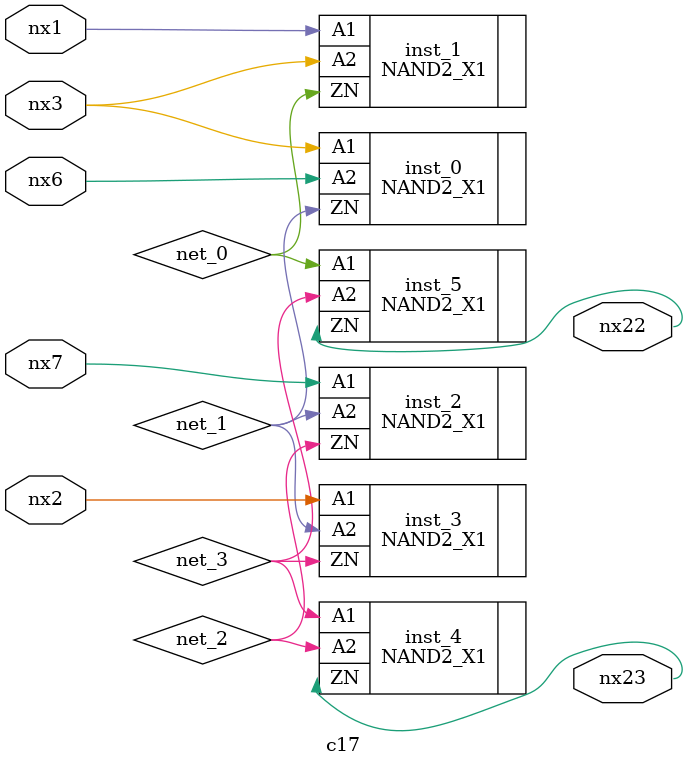
<source format=v>
module c17 (
nx1,
nx7,
nx3,
nx2,
nx6,
nx23,
nx22);

// Start PIs
input nx1;
input nx7;
input nx3;
input nx2;
input nx6;

// Start POs
output nx23;
output nx22;

// Start wires
wire net_1;
wire nx23;
wire nx1;
wire nx7;
wire nx3;
wire net_2;
wire nx22;
wire nx6;
wire net_0;
wire net_3;
wire nx2;

// Start cells
NAND2_X1 inst_5 ( .A2(net_3), .A1(net_0), .ZN(nx22) );
NAND2_X1 inst_2 ( .ZN(net_2), .A2(net_1), .A1(nx7) );
NAND2_X1 inst_1 ( .ZN(net_0), .A2(nx3), .A1(nx1) );
NAND2_X1 inst_4 ( .A1(net_3), .A2(net_2), .ZN(nx23) );
NAND2_X1 inst_3 ( .ZN(net_3), .A2(net_1), .A1(nx2) );
NAND2_X1 inst_0 ( .ZN(net_1), .A2(nx6), .A1(nx3) );

endmodule

</source>
